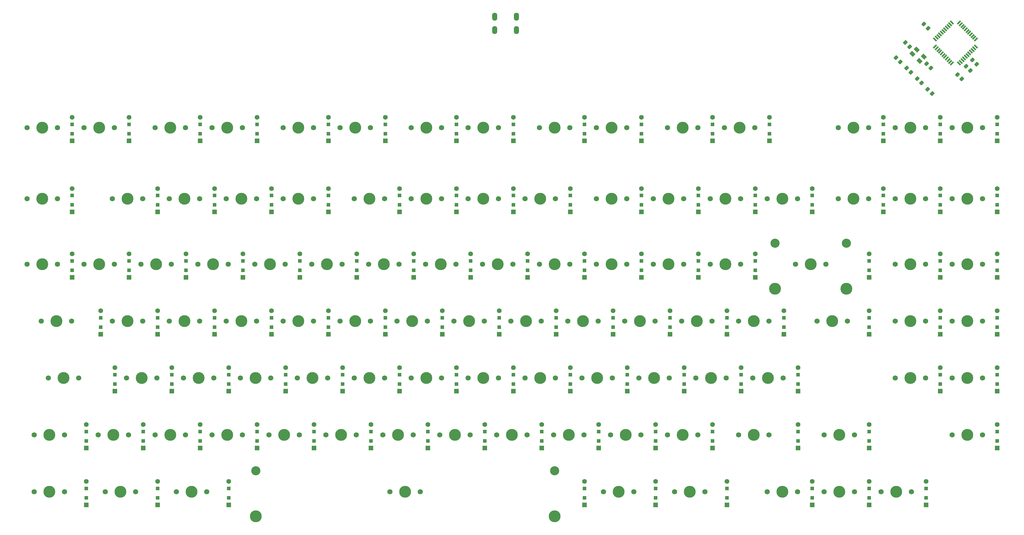
<source format=gts>
G04 #@! TF.GenerationSoftware,KiCad,Pcbnew,7.0.8*
G04 #@! TF.CreationDate,2023-10-17T11:30:24-05:00*
G04 #@! TF.ProjectId,Vessel,56657373-656c-42e6-9b69-6361645f7063,rev?*
G04 #@! TF.SameCoordinates,Original*
G04 #@! TF.FileFunction,Soldermask,Top*
G04 #@! TF.FilePolarity,Negative*
%FSLAX46Y46*%
G04 Gerber Fmt 4.6, Leading zero omitted, Abs format (unit mm)*
G04 Created by KiCad (PCBNEW 7.0.8) date 2023-10-17 11:30:24*
%MOMM*%
%LPD*%
G01*
G04 APERTURE LIST*
G04 Aperture macros list*
%AMRoundRect*
0 Rectangle with rounded corners*
0 $1 Rounding radius*
0 $2 $3 $4 $5 $6 $7 $8 $9 X,Y pos of 4 corners*
0 Add a 4 corners polygon primitive as box body*
4,1,4,$2,$3,$4,$5,$6,$7,$8,$9,$2,$3,0*
0 Add four circle primitives for the rounded corners*
1,1,$1+$1,$2,$3*
1,1,$1+$1,$4,$5*
1,1,$1+$1,$6,$7*
1,1,$1+$1,$8,$9*
0 Add four rect primitives between the rounded corners*
20,1,$1+$1,$2,$3,$4,$5,0*
20,1,$1+$1,$4,$5,$6,$7,0*
20,1,$1+$1,$6,$7,$8,$9,0*
20,1,$1+$1,$8,$9,$2,$3,0*%
%AMRotRect*
0 Rectangle, with rotation*
0 The origin of the aperture is its center*
0 $1 length*
0 $2 width*
0 $3 Rotation angle, in degrees counterclockwise*
0 Add horizontal line*
21,1,$1,$2,0,0,$3*%
G04 Aperture macros list end*
%ADD10RoundRect,0.250000X0.548008X0.088388X0.088388X0.548008X-0.548008X-0.088388X-0.088388X-0.548008X0*%
%ADD11RotRect,1.500000X0.550000X135.000000*%
%ADD12RotRect,1.500000X0.550000X225.000000*%
%ADD13RotRect,1.600000X1.300000X135.000000*%
%ADD14R,1.600000X1.600000*%
%ADD15R,1.200000X1.200000*%
%ADD16C,1.600000*%
%ADD17C,1.750000*%
%ADD18C,3.987800*%
%ADD19C,3.048000*%
%ADD20O,1.700000X2.700000*%
G04 APERTURE END LIST*
D10*
X455140384Y-188403784D03*
X453690816Y-186954216D03*
X457968784Y-185575384D03*
X456519216Y-184125816D03*
X443826684Y-171433284D03*
X442377116Y-169983716D03*
D11*
X454203482Y-183224236D03*
X454769167Y-182658550D03*
X455334852Y-182092865D03*
X455900538Y-181527180D03*
X456466223Y-180961494D03*
X457031909Y-180395809D03*
X457597594Y-179830123D03*
X458163280Y-179264438D03*
X458728965Y-178698752D03*
X459294650Y-178133067D03*
X459860336Y-177567382D03*
D12*
X459860336Y-175163218D03*
X459294650Y-174597533D03*
X458728965Y-174031848D03*
X458163280Y-173466162D03*
X457597594Y-172900477D03*
X457031909Y-172334791D03*
X456466223Y-171769106D03*
X455900538Y-171203420D03*
X455334852Y-170637735D03*
X454769167Y-170072050D03*
X454203482Y-169506364D03*
D11*
X451799318Y-169506364D03*
X451233633Y-170072050D03*
X450667948Y-170637735D03*
X450102262Y-171203420D03*
X449536577Y-171769106D03*
X448970891Y-172334791D03*
X448405206Y-172900477D03*
X447839520Y-173466162D03*
X447273835Y-174031848D03*
X446708150Y-174597533D03*
X446142464Y-175163218D03*
D12*
X446142464Y-177567382D03*
X446708150Y-178133067D03*
X447273835Y-178698752D03*
X447839520Y-179264438D03*
X448405206Y-179830123D03*
X448970891Y-180395809D03*
X449536577Y-180961494D03*
X450102262Y-181527180D03*
X450667948Y-182092865D03*
X451233633Y-182658550D03*
X451799318Y-183224236D03*
D10*
X460090084Y-183454084D03*
X458640516Y-182004516D03*
X437687484Y-177639584D03*
X436237916Y-176190016D03*
X444758484Y-184710684D03*
X443308916Y-183261116D03*
D13*
X438624367Y-179990681D03*
X440957819Y-182324133D03*
X442372033Y-180909919D03*
X440038581Y-178576467D03*
D10*
X441626884Y-189746184D03*
X440177316Y-188296616D03*
X434555884Y-182675084D03*
X433106316Y-181225516D03*
X445162484Y-193281684D03*
X443712916Y-191832116D03*
X438091384Y-186210684D03*
X436641816Y-184761116D03*
D14*
X271725000Y-254795000D03*
D15*
X271725000Y-252470000D03*
X271725000Y-249320000D03*
D16*
X271725000Y-246995000D03*
D14*
X447937500Y-254795000D03*
D15*
X447937500Y-252470000D03*
X447937500Y-249320000D03*
D16*
X447937500Y-246995000D03*
D14*
X224100000Y-273845000D03*
D15*
X224100000Y-271520000D03*
X224100000Y-268370000D03*
D16*
X224100000Y-266045000D03*
D17*
X332820000Y-228487500D03*
D18*
X337900000Y-228487500D03*
D17*
X342980000Y-228487500D03*
X428070000Y-326595000D03*
D18*
X433150000Y-326595000D03*
D17*
X438230000Y-326595000D03*
X359013800Y-326595000D03*
D18*
X364093800Y-326595000D03*
D17*
X369173800Y-326595000D03*
X389970000Y-228487500D03*
D18*
X395050000Y-228487500D03*
D17*
X400130000Y-228487500D03*
D14*
X190762500Y-292895000D03*
D15*
X190762500Y-290570000D03*
X190762500Y-287420000D03*
D16*
X190762500Y-285095000D03*
D17*
X313770000Y-204675000D03*
D18*
X318850000Y-204675000D03*
D17*
X323930000Y-204675000D03*
X432832500Y-250395000D03*
D18*
X437912500Y-250395000D03*
D17*
X442992500Y-250395000D03*
D14*
X347925000Y-232887500D03*
D15*
X347925000Y-230562500D03*
X347925000Y-227412500D03*
D16*
X347925000Y-225087500D03*
D14*
X162187500Y-330995000D03*
D15*
X162187500Y-328670000D03*
X162187500Y-325520000D03*
D16*
X162187500Y-323195000D03*
D14*
X395550000Y-273845000D03*
D15*
X395550000Y-271520000D03*
X395550000Y-268370000D03*
D16*
X395550000Y-266045000D03*
D17*
X213757500Y-288495000D03*
D18*
X218837500Y-288495000D03*
D17*
X223917500Y-288495000D03*
D14*
X386025000Y-254795000D03*
D15*
X386025000Y-252470000D03*
X386025000Y-249320000D03*
D16*
X386025000Y-246995000D03*
D14*
X424125000Y-311945000D03*
D15*
X424125000Y-309620000D03*
X424125000Y-306470000D03*
D16*
X424125000Y-304145000D03*
D14*
X347925000Y-254795000D03*
D15*
X347925000Y-252470000D03*
X347925000Y-249320000D03*
D16*
X347925000Y-246995000D03*
D14*
X286012500Y-232887500D03*
D15*
X286012500Y-230562500D03*
X286012500Y-227412500D03*
D16*
X286012500Y-225087500D03*
D14*
X328875000Y-330995000D03*
D15*
X328875000Y-328670000D03*
X328875000Y-325520000D03*
D16*
X328875000Y-323195000D03*
D17*
X413782500Y-204675000D03*
D18*
X418862500Y-204675000D03*
D17*
X423942500Y-204675000D03*
X409020000Y-307545000D03*
D18*
X414100000Y-307545000D03*
D17*
X419180000Y-307545000D03*
D14*
X157425000Y-232887500D03*
D15*
X157425000Y-230562500D03*
X157425000Y-227412500D03*
D16*
X157425000Y-225087500D03*
D14*
X219337500Y-209075000D03*
D15*
X219337500Y-206750000D03*
X219337500Y-203600000D03*
D16*
X219337500Y-201275000D03*
D14*
X176475000Y-254795000D03*
D15*
X176475000Y-252470000D03*
X176475000Y-249320000D03*
D16*
X176475000Y-246995000D03*
D17*
X180420000Y-250395000D03*
D18*
X185500000Y-250395000D03*
D17*
X190580000Y-250395000D03*
D14*
X205050000Y-273845000D03*
D15*
X205050000Y-271520000D03*
X205050000Y-268370000D03*
D16*
X205050000Y-266045000D03*
D17*
X328057500Y-288495000D03*
D18*
X333137500Y-288495000D03*
D17*
X338217500Y-288495000D03*
X228045000Y-228487500D03*
D18*
X233125000Y-228487500D03*
D17*
X238205000Y-228487500D03*
X451882500Y-307545000D03*
D18*
X456962500Y-307545000D03*
D17*
X462042500Y-307545000D03*
D14*
X424125000Y-273845000D03*
D15*
X424125000Y-271520000D03*
X424125000Y-268370000D03*
D16*
X424125000Y-266045000D03*
D17*
X218520000Y-250395000D03*
D18*
X223600000Y-250395000D03*
D17*
X228680000Y-250395000D03*
X242332500Y-307545000D03*
D18*
X247412500Y-307545000D03*
D17*
X252492500Y-307545000D03*
X309007500Y-228487500D03*
D18*
X314087500Y-228487500D03*
D17*
X319167500Y-228487500D03*
X451882500Y-228487500D03*
D18*
X456962500Y-228487500D03*
D17*
X462042500Y-228487500D03*
D14*
X338400000Y-273845000D03*
D15*
X338400000Y-271520000D03*
X338400000Y-268370000D03*
D16*
X338400000Y-266045000D03*
D17*
X149463800Y-288495000D03*
D18*
X154543800Y-288495000D03*
D17*
X159623800Y-288495000D03*
X380445000Y-269445000D03*
D18*
X385525000Y-269445000D03*
D17*
X390605000Y-269445000D03*
X289957500Y-204675000D03*
D18*
X295037500Y-204675000D03*
D17*
X300117500Y-204675000D03*
D14*
X371737500Y-311945000D03*
D15*
X371737500Y-309620000D03*
X371737500Y-306470000D03*
D16*
X371737500Y-304145000D03*
D17*
X194707500Y-288495000D03*
D18*
X199787500Y-288495000D03*
D17*
X204867500Y-288495000D03*
X285195000Y-269445000D03*
D18*
X290275000Y-269445000D03*
D17*
X295355000Y-269445000D03*
X361395000Y-269445000D03*
D18*
X366475000Y-269445000D03*
D17*
X371555000Y-269445000D03*
X251857500Y-228487500D03*
D18*
X256937500Y-228487500D03*
D17*
X262017500Y-228487500D03*
D14*
X286012500Y-292895000D03*
D15*
X286012500Y-290570000D03*
X286012500Y-287420000D03*
D16*
X286012500Y-285095000D03*
D17*
X323295000Y-269445000D03*
D18*
X328375000Y-269445000D03*
D17*
X333455000Y-269445000D03*
D14*
X209812500Y-292895000D03*
D15*
X209812500Y-290570000D03*
X209812500Y-287420000D03*
D16*
X209812500Y-285095000D03*
D17*
X406638800Y-269445000D03*
D18*
X411718800Y-269445000D03*
D17*
X416798800Y-269445000D03*
X432832500Y-269445000D03*
D18*
X437912500Y-269445000D03*
D17*
X442992500Y-269445000D03*
D14*
X186000000Y-232887500D03*
D15*
X186000000Y-230562500D03*
X186000000Y-227412500D03*
D16*
X186000000Y-225087500D03*
D14*
X195525000Y-254795000D03*
D15*
X195525000Y-252470000D03*
X195525000Y-249320000D03*
D16*
X195525000Y-246995000D03*
D17*
X189945000Y-269445000D03*
D18*
X195025000Y-269445000D03*
D17*
X200105000Y-269445000D03*
D14*
X186000000Y-330995000D03*
D15*
X186000000Y-328670000D03*
X186000000Y-325520000D03*
D16*
X186000000Y-323195000D03*
D17*
X199470000Y-250395000D03*
D18*
X204550000Y-250395000D03*
D17*
X209630000Y-250395000D03*
D14*
X305062500Y-292895000D03*
D15*
X305062500Y-290570000D03*
X305062500Y-287420000D03*
D16*
X305062500Y-285095000D03*
D17*
X142320000Y-250395000D03*
D18*
X147400000Y-250395000D03*
D17*
X152480000Y-250395000D03*
X228045000Y-269445000D03*
D18*
X233125000Y-269445000D03*
D17*
X238205000Y-269445000D03*
X170895000Y-228487500D03*
D18*
X175975000Y-228487500D03*
D17*
X181055000Y-228487500D03*
X270907500Y-228487500D03*
D18*
X275987500Y-228487500D03*
D17*
X281067500Y-228487500D03*
D14*
X424125000Y-254795000D03*
D15*
X424125000Y-252470000D03*
X424125000Y-249320000D03*
D16*
X424125000Y-246995000D03*
D17*
X332820000Y-204675000D03*
D18*
X337900000Y-204675000D03*
D17*
X342980000Y-204675000D03*
D14*
X166950000Y-273845000D03*
D15*
X166950000Y-271520000D03*
X166950000Y-268370000D03*
D16*
X166950000Y-266045000D03*
D17*
X335201300Y-326595000D03*
D18*
X340281300Y-326595000D03*
D17*
X345361300Y-326595000D03*
X309007500Y-288495000D03*
D18*
X314087500Y-288495000D03*
D17*
X319167500Y-288495000D03*
D14*
X266962500Y-232887500D03*
D15*
X266962500Y-230562500D03*
X266962500Y-227412500D03*
D16*
X266962500Y-225087500D03*
D14*
X186000000Y-273845000D03*
D15*
X186000000Y-271520000D03*
X186000000Y-268370000D03*
D16*
X186000000Y-266045000D03*
D17*
X192326300Y-326595000D03*
D18*
X197406300Y-326595000D03*
D17*
X202486300Y-326595000D03*
D14*
X205050000Y-232887500D03*
D15*
X205050000Y-230562500D03*
X205050000Y-227412500D03*
D16*
X205050000Y-225087500D03*
D14*
X209812500Y-330995000D03*
D15*
X209812500Y-328670000D03*
X209812500Y-325520000D03*
D16*
X209812500Y-323195000D03*
D17*
X228045000Y-204675000D03*
D18*
X233125000Y-204675000D03*
D17*
X238205000Y-204675000D03*
D14*
X352687500Y-330995000D03*
D15*
X352687500Y-328670000D03*
X352687500Y-325520000D03*
D16*
X352687500Y-323195000D03*
D14*
X314587500Y-311945000D03*
D15*
X314587500Y-309620000D03*
X314587500Y-306470000D03*
D16*
X314587500Y-304145000D03*
D17*
X432832500Y-288495000D03*
D18*
X437912500Y-288495000D03*
D17*
X442992500Y-288495000D03*
D14*
X447937500Y-292895000D03*
D15*
X447937500Y-290570000D03*
X447937500Y-287420000D03*
D16*
X447937500Y-285095000D03*
D14*
X224100000Y-232887500D03*
D15*
X224100000Y-230562500D03*
X224100000Y-227412500D03*
D16*
X224100000Y-225087500D03*
D17*
X451882500Y-204675000D03*
D18*
X456962500Y-204675000D03*
D17*
X462042500Y-204675000D03*
X337582500Y-307545000D03*
D18*
X342662500Y-307545000D03*
D17*
X347742500Y-307545000D03*
D14*
X328875000Y-254795000D03*
D15*
X328875000Y-252470000D03*
X328875000Y-249320000D03*
D16*
X328875000Y-246995000D03*
D17*
X318532500Y-307545000D03*
D18*
X323612500Y-307545000D03*
D17*
X328692500Y-307545000D03*
D14*
X466987500Y-292895000D03*
D15*
X466987500Y-290570000D03*
X466987500Y-287420000D03*
D16*
X466987500Y-285095000D03*
D14*
X324112500Y-232887500D03*
D15*
X324112500Y-230562500D03*
X324112500Y-227412500D03*
D16*
X324112500Y-225087500D03*
D17*
X185182500Y-307545000D03*
D18*
X190262500Y-307545000D03*
D17*
X195342500Y-307545000D03*
D14*
X262200000Y-209075000D03*
D15*
X262200000Y-206750000D03*
X262200000Y-203600000D03*
D16*
X262200000Y-201275000D03*
D17*
X189945000Y-228487500D03*
D18*
X195025000Y-228487500D03*
D17*
X200105000Y-228487500D03*
X432832500Y-204675000D03*
D18*
X437912500Y-204675000D03*
D17*
X442992500Y-204675000D03*
X370920000Y-250395000D03*
D18*
X376000000Y-250395000D03*
D17*
X381080000Y-250395000D03*
D14*
X243150000Y-209075000D03*
D15*
X243150000Y-206750000D03*
X243150000Y-203600000D03*
D16*
X243150000Y-201275000D03*
D14*
X181237500Y-311945000D03*
D15*
X181237500Y-309620000D03*
X181237500Y-306470000D03*
D16*
X181237500Y-304145000D03*
D14*
X390787500Y-209075000D03*
D15*
X390787500Y-206750000D03*
X390787500Y-203600000D03*
D16*
X390787500Y-201275000D03*
D14*
X447937500Y-273845000D03*
D15*
X447937500Y-271520000D03*
X447937500Y-268370000D03*
D16*
X447937500Y-266045000D03*
D19*
X218843900Y-319610000D03*
D18*
X218843900Y-334850000D03*
D17*
X263763800Y-326595000D03*
D18*
X268843800Y-326595000D03*
D17*
X273923800Y-326595000D03*
D19*
X318843700Y-319610000D03*
D18*
X318843700Y-334850000D03*
D17*
X237570000Y-250395000D03*
D18*
X242650000Y-250395000D03*
D17*
X247730000Y-250395000D03*
X370920000Y-228487500D03*
D18*
X376000000Y-228487500D03*
D17*
X381080000Y-228487500D03*
X413782500Y-228487500D03*
D18*
X418862500Y-228487500D03*
D17*
X423942500Y-228487500D03*
D14*
X305062500Y-232887500D03*
D15*
X305062500Y-230562500D03*
X305062500Y-227412500D03*
D16*
X305062500Y-225087500D03*
D17*
X385207500Y-288495000D03*
D18*
X390287500Y-288495000D03*
D17*
X395367500Y-288495000D03*
D14*
X428887500Y-232887500D03*
D15*
X428887500Y-230562500D03*
X428887500Y-227412500D03*
D16*
X428887500Y-225087500D03*
D17*
X356632500Y-204675000D03*
D18*
X361712500Y-204675000D03*
D17*
X366792500Y-204675000D03*
D14*
X405075000Y-330995000D03*
D15*
X405075000Y-328670000D03*
X405075000Y-325520000D03*
D16*
X405075000Y-323195000D03*
D14*
X176475000Y-209075000D03*
D15*
X176475000Y-206750000D03*
X176475000Y-203600000D03*
D16*
X176475000Y-201275000D03*
D14*
X466987500Y-311945000D03*
D15*
X466987500Y-309620000D03*
X466987500Y-306470000D03*
D16*
X466987500Y-304145000D03*
D14*
X171712500Y-292895000D03*
D15*
X171712500Y-290570000D03*
X171712500Y-287420000D03*
D16*
X171712500Y-285095000D03*
D17*
X247095000Y-269445000D03*
D18*
X252175000Y-269445000D03*
D17*
X257255000Y-269445000D03*
D14*
X352687500Y-311945000D03*
D15*
X352687500Y-309620000D03*
X352687500Y-306470000D03*
D16*
X352687500Y-304145000D03*
D14*
X381262500Y-292895000D03*
D15*
X381262500Y-290570000D03*
X381262500Y-287420000D03*
D16*
X381262500Y-285095000D03*
D17*
X251857500Y-288495000D03*
D18*
X256937500Y-288495000D03*
D17*
X262017500Y-288495000D03*
X389970000Y-326595000D03*
D18*
X395050000Y-326595000D03*
D17*
X400130000Y-326595000D03*
X204232500Y-307545000D03*
D18*
X209312500Y-307545000D03*
D17*
X214392500Y-307545000D03*
D14*
X371737500Y-209075000D03*
D15*
X371737500Y-206750000D03*
X371737500Y-203600000D03*
D16*
X371737500Y-201275000D03*
D14*
X233625000Y-254795000D03*
D15*
X233625000Y-252470000D03*
X233625000Y-249320000D03*
D16*
X233625000Y-246995000D03*
D14*
X324112500Y-292895000D03*
D15*
X324112500Y-290570000D03*
X324112500Y-287420000D03*
D16*
X324112500Y-285095000D03*
D14*
X343162500Y-292895000D03*
D15*
X343162500Y-290570000D03*
X343162500Y-287420000D03*
D16*
X343162500Y-285095000D03*
D14*
X295537500Y-311945000D03*
D15*
X295537500Y-309620000D03*
X295537500Y-306470000D03*
D16*
X295537500Y-304145000D03*
D17*
X375682500Y-204675000D03*
D18*
X380762500Y-204675000D03*
D17*
X385842500Y-204675000D03*
X208995000Y-269445000D03*
D18*
X214075000Y-269445000D03*
D17*
X219155000Y-269445000D03*
D14*
X424125000Y-330995000D03*
D15*
X424125000Y-328670000D03*
X424125000Y-325520000D03*
D16*
X424125000Y-323195000D03*
D17*
X289957500Y-228487500D03*
D18*
X295037500Y-228487500D03*
D17*
X300117500Y-228487500D03*
D14*
X366975000Y-232887500D03*
D15*
X366975000Y-230562500D03*
X366975000Y-227412500D03*
D16*
X366975000Y-225087500D03*
D17*
X366157500Y-288495000D03*
D18*
X371237500Y-288495000D03*
D17*
X376317500Y-288495000D03*
X256620000Y-250395000D03*
D18*
X261700000Y-250395000D03*
D17*
X266780000Y-250395000D03*
D14*
X257437500Y-311945000D03*
D15*
X257437500Y-309620000D03*
X257437500Y-306470000D03*
D16*
X257437500Y-304145000D03*
D14*
X243150000Y-273845000D03*
D15*
X243150000Y-271520000D03*
X243150000Y-268370000D03*
D16*
X243150000Y-266045000D03*
D14*
X157425000Y-209075000D03*
D15*
X157425000Y-206750000D03*
X157425000Y-203600000D03*
D16*
X157425000Y-201275000D03*
D17*
X144701300Y-307545000D03*
D18*
X149781300Y-307545000D03*
D17*
X154861300Y-307545000D03*
X409020000Y-326595000D03*
D18*
X414100000Y-326595000D03*
D17*
X419180000Y-326595000D03*
X289957500Y-288495000D03*
D18*
X295037500Y-288495000D03*
D17*
X300117500Y-288495000D03*
X161370000Y-250395000D03*
D18*
X166450000Y-250395000D03*
D17*
X171530000Y-250395000D03*
X356632500Y-307545000D03*
D18*
X361712500Y-307545000D03*
D17*
X366792500Y-307545000D03*
X451882500Y-269445000D03*
D18*
X456962500Y-269445000D03*
D17*
X462042500Y-269445000D03*
X347107500Y-288495000D03*
D18*
X352187500Y-288495000D03*
D17*
X357267500Y-288495000D03*
X144701300Y-326595000D03*
D18*
X149781300Y-326595000D03*
D17*
X154861300Y-326595000D03*
D14*
X290775000Y-254795000D03*
D15*
X290775000Y-252470000D03*
X290775000Y-249320000D03*
D16*
X290775000Y-246995000D03*
D14*
X200287500Y-209075000D03*
D15*
X200287500Y-206750000D03*
X200287500Y-203600000D03*
D16*
X200287500Y-201275000D03*
D14*
X376500000Y-273845000D03*
D15*
X376500000Y-271520000D03*
X376500000Y-268370000D03*
D16*
X376500000Y-266045000D03*
D17*
X266145000Y-269445000D03*
D18*
X271225000Y-269445000D03*
D17*
X276305000Y-269445000D03*
X342345000Y-269445000D03*
D18*
X347425000Y-269445000D03*
D17*
X352505000Y-269445000D03*
D14*
X328875000Y-209075000D03*
D15*
X328875000Y-206750000D03*
X328875000Y-203600000D03*
D16*
X328875000Y-201275000D03*
D14*
X200287500Y-311945000D03*
D15*
X200287500Y-309620000D03*
X200287500Y-306470000D03*
D16*
X200287500Y-304145000D03*
D14*
X405075000Y-232887500D03*
D15*
X405075000Y-230562500D03*
X405075000Y-227412500D03*
D16*
X405075000Y-225087500D03*
D14*
X238387500Y-311945000D03*
D15*
X238387500Y-309620000D03*
X238387500Y-306470000D03*
D16*
X238387500Y-304145000D03*
D17*
X142320000Y-228487500D03*
D18*
X147400000Y-228487500D03*
D17*
X152480000Y-228487500D03*
X247095000Y-204675000D03*
D18*
X252175000Y-204675000D03*
D17*
X257255000Y-204675000D03*
X161370000Y-204675000D03*
D18*
X166450000Y-204675000D03*
D17*
X171530000Y-204675000D03*
X451882500Y-288495000D03*
D18*
X456962500Y-288495000D03*
D17*
X462042500Y-288495000D03*
D14*
X347925000Y-209075000D03*
D15*
X347925000Y-206750000D03*
X347925000Y-203600000D03*
D16*
X347925000Y-201275000D03*
D14*
X281250000Y-273845000D03*
D15*
X281250000Y-271520000D03*
X281250000Y-268370000D03*
D16*
X281250000Y-266045000D03*
D14*
X466987500Y-209075000D03*
D15*
X466987500Y-206750000D03*
X466987500Y-203600000D03*
D16*
X466987500Y-201275000D03*
D14*
X243150000Y-232887500D03*
D15*
X243150000Y-230562500D03*
X243150000Y-227412500D03*
D16*
X243150000Y-225087500D03*
D14*
X319350000Y-273845000D03*
D15*
X319350000Y-271520000D03*
X319350000Y-268370000D03*
D16*
X319350000Y-266045000D03*
D14*
X466987500Y-273845000D03*
D15*
X466987500Y-271520000D03*
X466987500Y-268370000D03*
D16*
X466987500Y-266045000D03*
D17*
X232807500Y-288495000D03*
D18*
X237887500Y-288495000D03*
D17*
X242967500Y-288495000D03*
X380445000Y-307545000D03*
D18*
X385525000Y-307545000D03*
D17*
X390605000Y-307545000D03*
D14*
X466987500Y-254795000D03*
D15*
X466987500Y-252470000D03*
X466987500Y-249320000D03*
D16*
X466987500Y-246995000D03*
D14*
X300300000Y-273845000D03*
D15*
X300300000Y-271520000D03*
X300300000Y-268370000D03*
D16*
X300300000Y-266045000D03*
D14*
X362212500Y-292895000D03*
D15*
X362212500Y-290570000D03*
X362212500Y-287420000D03*
D16*
X362212500Y-285095000D03*
D17*
X166132500Y-307545000D03*
D18*
X171212500Y-307545000D03*
D17*
X176292500Y-307545000D03*
X304245000Y-269445000D03*
D18*
X309325000Y-269445000D03*
D17*
X314405000Y-269445000D03*
D14*
X214575000Y-254795000D03*
D15*
X214575000Y-252470000D03*
X214575000Y-249320000D03*
D16*
X214575000Y-246995000D03*
D17*
X270907500Y-288495000D03*
D18*
X275987500Y-288495000D03*
D17*
X281067500Y-288495000D03*
X204232500Y-204675000D03*
D18*
X209312500Y-204675000D03*
D17*
X214392500Y-204675000D03*
D14*
X357450000Y-273845000D03*
D15*
X357450000Y-271520000D03*
X357450000Y-268370000D03*
D16*
X357450000Y-266045000D03*
D14*
X219337500Y-311945000D03*
D15*
X219337500Y-309620000D03*
X219337500Y-306470000D03*
D16*
X219337500Y-304145000D03*
D17*
X275670000Y-250395000D03*
D18*
X280750000Y-250395000D03*
D17*
X285830000Y-250395000D03*
X299482500Y-307545000D03*
D18*
X304562500Y-307545000D03*
D17*
X309642500Y-307545000D03*
D14*
X309825000Y-254795000D03*
D15*
X309825000Y-252470000D03*
X309825000Y-249320000D03*
D16*
X309825000Y-246995000D03*
D17*
X432832500Y-228487500D03*
D18*
X437912500Y-228487500D03*
D17*
X442992500Y-228487500D03*
X351870000Y-250395000D03*
D18*
X356950000Y-250395000D03*
D17*
X362030000Y-250395000D03*
X170895000Y-269445000D03*
D18*
X175975000Y-269445000D03*
D17*
X181055000Y-269445000D03*
D14*
X447937500Y-209075000D03*
D15*
X447937500Y-206750000D03*
X447937500Y-203600000D03*
D16*
X447937500Y-201275000D03*
D17*
X223282500Y-307545000D03*
D18*
X228362500Y-307545000D03*
D17*
X233442500Y-307545000D03*
D14*
X247912500Y-292895000D03*
D15*
X247912500Y-290570000D03*
X247912500Y-287420000D03*
D16*
X247912500Y-285095000D03*
D14*
X386025000Y-232887500D03*
D15*
X386025000Y-230562500D03*
X386025000Y-227412500D03*
D16*
X386025000Y-225087500D03*
D14*
X443175000Y-330995000D03*
D15*
X443175000Y-328670000D03*
X443175000Y-325520000D03*
D16*
X443175000Y-323195000D03*
D14*
X228862500Y-292895000D03*
D15*
X228862500Y-290570000D03*
X228862500Y-287420000D03*
D16*
X228862500Y-285095000D03*
D17*
X185182500Y-204675000D03*
D18*
X190262500Y-204675000D03*
D17*
X195342500Y-204675000D03*
D14*
X400312500Y-311945000D03*
D15*
X400312500Y-309620000D03*
X400312500Y-306470000D03*
D16*
X400312500Y-304145000D03*
D14*
X447937500Y-232887500D03*
D15*
X447937500Y-230562500D03*
X447937500Y-227412500D03*
D16*
X447937500Y-225087500D03*
D14*
X333637500Y-311945000D03*
D15*
X333637500Y-309620000D03*
X333637500Y-306470000D03*
D16*
X333637500Y-304145000D03*
D17*
X175657500Y-288495000D03*
D18*
X180737500Y-288495000D03*
D17*
X185817500Y-288495000D03*
X147082500Y-269445000D03*
D18*
X152162500Y-269445000D03*
D17*
X157242500Y-269445000D03*
X142320000Y-204675000D03*
D18*
X147400000Y-204675000D03*
D17*
X152480000Y-204675000D03*
D14*
X400312500Y-292895000D03*
D15*
X400312500Y-290570000D03*
X400312500Y-287420000D03*
D16*
X400312500Y-285095000D03*
D17*
X332820000Y-250395000D03*
D18*
X337900000Y-250395000D03*
D17*
X342980000Y-250395000D03*
D14*
X157425000Y-254795000D03*
D15*
X157425000Y-252470000D03*
X157425000Y-249320000D03*
D16*
X157425000Y-246995000D03*
D14*
X376500000Y-330995000D03*
D15*
X376500000Y-328670000D03*
X376500000Y-325520000D03*
D16*
X376500000Y-323195000D03*
D17*
X168513800Y-326595000D03*
D18*
X173593800Y-326595000D03*
D17*
X178673800Y-326595000D03*
X451882500Y-250395000D03*
D18*
X456962500Y-250395000D03*
D17*
X462042500Y-250395000D03*
D14*
X286012500Y-209075000D03*
D15*
X286012500Y-206750000D03*
X286012500Y-203600000D03*
D16*
X286012500Y-201275000D03*
D14*
X262200000Y-273845000D03*
D15*
X262200000Y-271520000D03*
X262200000Y-268370000D03*
D16*
X262200000Y-266045000D03*
D17*
X280432500Y-307545000D03*
D18*
X285512500Y-307545000D03*
D17*
X290592500Y-307545000D03*
D14*
X466987500Y-232887500D03*
D15*
X466987500Y-230562500D03*
X466987500Y-227412500D03*
D16*
X466987500Y-225087500D03*
D17*
X261382500Y-307545000D03*
D18*
X266462500Y-307545000D03*
D17*
X271542500Y-307545000D03*
X270907500Y-204675000D03*
D18*
X275987500Y-204675000D03*
D17*
X281067500Y-204675000D03*
D14*
X162187500Y-311945000D03*
D15*
X162187500Y-309620000D03*
X162187500Y-306470000D03*
D16*
X162187500Y-304145000D03*
D14*
X276487500Y-311945000D03*
D15*
X276487500Y-309620000D03*
X276487500Y-306470000D03*
D16*
X276487500Y-304145000D03*
D14*
X266962500Y-292895000D03*
D15*
X266962500Y-290570000D03*
X266962500Y-287420000D03*
D16*
X266962500Y-285095000D03*
D14*
X366975000Y-254795000D03*
D15*
X366975000Y-252470000D03*
X366975000Y-249320000D03*
D16*
X366975000Y-246995000D03*
D17*
X294720000Y-250395000D03*
D18*
X299800000Y-250395000D03*
D17*
X304880000Y-250395000D03*
D14*
X305062500Y-209075000D03*
D15*
X305062500Y-206750000D03*
X305062500Y-203600000D03*
D16*
X305062500Y-201275000D03*
D14*
X428887500Y-209075000D03*
D15*
X428887500Y-206750000D03*
X428887500Y-203600000D03*
D16*
X428887500Y-201275000D03*
D19*
X392637000Y-243410000D03*
D18*
X392637000Y-258650000D03*
D17*
X399495000Y-250395000D03*
D18*
X404575000Y-250395000D03*
D17*
X409655000Y-250395000D03*
D19*
X416513000Y-243410000D03*
D18*
X416513000Y-258650000D03*
D17*
X313770000Y-250395000D03*
D18*
X318850000Y-250395000D03*
D17*
X323930000Y-250395000D03*
D14*
X252675000Y-254795000D03*
D15*
X252675000Y-252470000D03*
X252675000Y-249320000D03*
D16*
X252675000Y-246995000D03*
D17*
X208995000Y-228487500D03*
D18*
X214075000Y-228487500D03*
D17*
X219155000Y-228487500D03*
X351870000Y-228487500D03*
D18*
X356950000Y-228487500D03*
D17*
X362030000Y-228487500D03*
D20*
X306125000Y-167550000D03*
X298825000Y-167550000D03*
X306125000Y-172050000D03*
X298825000Y-172050000D03*
M02*

</source>
